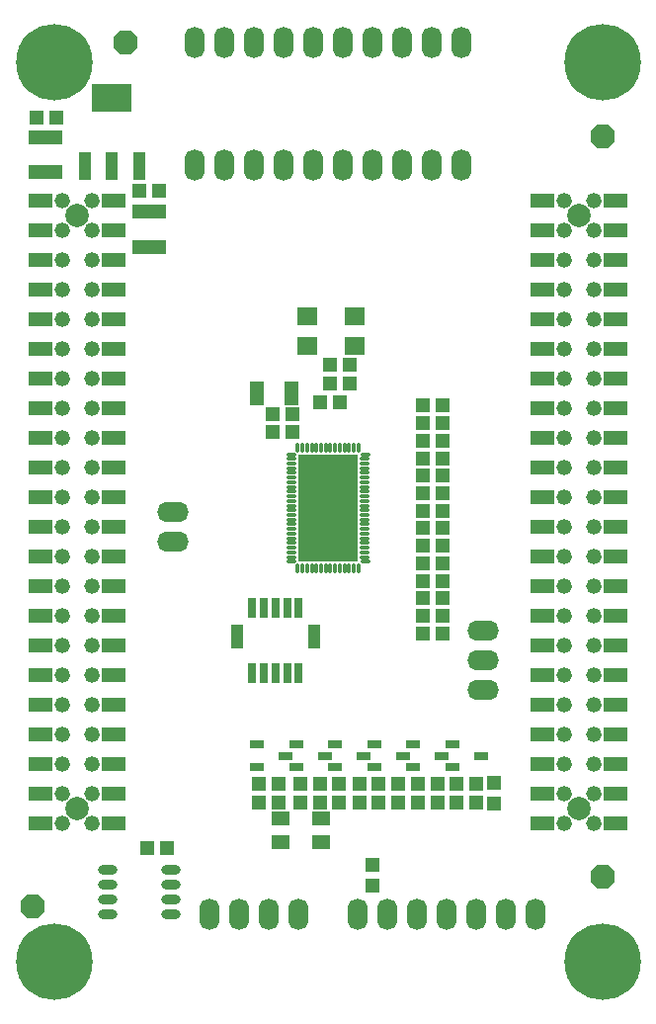
<source format=gts>
G04*
G04 #@! TF.GenerationSoftware,Altium Limited,Altium Designer,19.0.8 (182)*
G04*
G04 Layer_Color=16711833*
%FSLAX25Y25*%
%MOIN*%
G70*
G01*
G75*
%ADD40R,0.05131X0.04737*%
%ADD41R,0.04737X0.05131*%
%ADD42R,0.04540X0.03162*%
%ADD43R,0.13595X0.09265*%
%ADD44R,0.04343X0.09265*%
%ADD45O,0.06509X0.03162*%
%ADD46R,0.11824X0.05131*%
%ADD47R,0.08300X0.04800*%
%ADD48R,0.05131X0.07887*%
%ADD49R,0.03162X0.07099*%
%ADD50R,0.04147X0.07887*%
%ADD51R,0.06312X0.04737*%
%ADD52R,0.07099X0.05918*%
%ADD53R,0.20485X0.36233*%
%ADD54O,0.03550X0.01117*%
%ADD55O,0.03747X0.01117*%
%ADD56O,0.01117X0.03550*%
%ADD57O,0.01117X0.03747*%
%ADD58O,0.06800X0.10642*%
%ADD59O,0.10642X0.06800*%
%ADD60C,0.25800*%
%ADD61C,0.05200*%
%ADD62C,0.07900*%
%ADD63P,0.08750X8X112.5*%
%ADD64C,0.02800*%
D40*
X123268Y48142D02*
D03*
Y41449D02*
D03*
X164331Y75800D02*
D03*
Y69107D02*
D03*
D41*
X151622Y69304D02*
D03*
X158315D02*
D03*
X112055D02*
D03*
X118748D02*
D03*
X125244D02*
D03*
X131937D02*
D03*
X138433D02*
D03*
X145126D02*
D03*
X147063Y150000D02*
D03*
X140370D02*
D03*
X147063Y161811D02*
D03*
X140370D02*
D03*
X140370Y191339D02*
D03*
X147063D02*
D03*
X147063Y173622D02*
D03*
X140370D02*
D03*
X140370Y203150D02*
D03*
X147063D02*
D03*
X147063Y185433D02*
D03*
X140370D02*
D03*
X147063Y197244D02*
D03*
X140370D02*
D03*
X16610Y300223D02*
D03*
X9917D02*
D03*
X147063Y126378D02*
D03*
X140370D02*
D03*
X44441Y275565D02*
D03*
X51134D02*
D03*
X147063Y155906D02*
D03*
X140370D02*
D03*
X138433Y75603D02*
D03*
X145126D02*
D03*
X125244D02*
D03*
X131937D02*
D03*
X112055D02*
D03*
X118748D02*
D03*
X151622D02*
D03*
X158315D02*
D03*
X98976D02*
D03*
X105669D02*
D03*
X96257Y200237D02*
D03*
X89564D02*
D03*
X108886Y210553D02*
D03*
X115579D02*
D03*
X105417Y204189D02*
D03*
X112109D02*
D03*
X140370Y132283D02*
D03*
X147063D02*
D03*
X91496Y69304D02*
D03*
X84803D02*
D03*
X105669D02*
D03*
X98976D02*
D03*
X84803Y75603D02*
D03*
X91496D02*
D03*
X147063Y179527D02*
D03*
X140370D02*
D03*
X147063Y167717D02*
D03*
X140370D02*
D03*
X140370Y138189D02*
D03*
X147063D02*
D03*
Y144095D02*
D03*
X140370D02*
D03*
X89564Y194237D02*
D03*
X96257D02*
D03*
X47305Y53836D02*
D03*
X53997D02*
D03*
X115579Y216852D02*
D03*
X108886D02*
D03*
D42*
X120224Y85069D02*
D03*
X110579Y81328D02*
D03*
Y88809D02*
D03*
X133413Y85069D02*
D03*
X123768Y81328D02*
D03*
Y88809D02*
D03*
X146602Y85069D02*
D03*
X136957Y81328D02*
D03*
Y88809D02*
D03*
X84114D02*
D03*
Y81328D02*
D03*
X93760Y85069D02*
D03*
X97697Y88809D02*
D03*
Y81328D02*
D03*
X107343Y85069D02*
D03*
X150146Y88809D02*
D03*
Y81329D02*
D03*
X159791Y85069D02*
D03*
D43*
X35386Y306957D02*
D03*
D44*
X44441Y283925D02*
D03*
X35386D02*
D03*
X26331D02*
D03*
D45*
X33901Y46594D02*
D03*
Y41594D02*
D03*
Y36594D02*
D03*
Y31594D02*
D03*
X55357Y46594D02*
D03*
Y41594D02*
D03*
Y36594D02*
D03*
Y31594D02*
D03*
D46*
X12874Y281858D02*
D03*
Y293669D02*
D03*
X47984Y256741D02*
D03*
Y268552D02*
D03*
D47*
X11350Y272323D02*
D03*
Y262323D02*
D03*
Y252323D02*
D03*
Y242323D02*
D03*
Y232323D02*
D03*
Y222323D02*
D03*
Y212323D02*
D03*
Y202323D02*
D03*
Y192323D02*
D03*
Y182323D02*
D03*
Y172323D02*
D03*
Y162323D02*
D03*
Y152323D02*
D03*
Y142323D02*
D03*
Y132323D02*
D03*
Y122323D02*
D03*
Y62323D02*
D03*
Y72323D02*
D03*
Y82323D02*
D03*
Y92323D02*
D03*
Y102323D02*
D03*
X35894Y272323D02*
D03*
Y262323D02*
D03*
Y252323D02*
D03*
Y242323D02*
D03*
Y232323D02*
D03*
Y222323D02*
D03*
Y212323D02*
D03*
Y202323D02*
D03*
Y192323D02*
D03*
Y182323D02*
D03*
Y172323D02*
D03*
Y162323D02*
D03*
Y152323D02*
D03*
Y142323D02*
D03*
Y132323D02*
D03*
Y122323D02*
D03*
Y112323D02*
D03*
Y62323D02*
D03*
Y72323D02*
D03*
Y82323D02*
D03*
Y92323D02*
D03*
Y102323D02*
D03*
X11350Y112323D02*
D03*
X180641Y272323D02*
D03*
Y262323D02*
D03*
Y252323D02*
D03*
Y242323D02*
D03*
Y232323D02*
D03*
Y222323D02*
D03*
Y212323D02*
D03*
Y202323D02*
D03*
Y192323D02*
D03*
Y182323D02*
D03*
Y172323D02*
D03*
Y162323D02*
D03*
Y152323D02*
D03*
Y142323D02*
D03*
Y132323D02*
D03*
Y122323D02*
D03*
Y62323D02*
D03*
Y72323D02*
D03*
Y82323D02*
D03*
Y92323D02*
D03*
Y102323D02*
D03*
X205185Y272323D02*
D03*
Y262323D02*
D03*
Y252323D02*
D03*
Y242323D02*
D03*
Y232323D02*
D03*
Y222323D02*
D03*
Y212323D02*
D03*
Y202323D02*
D03*
Y192323D02*
D03*
Y182323D02*
D03*
Y172323D02*
D03*
Y162323D02*
D03*
Y152323D02*
D03*
Y142323D02*
D03*
Y132323D02*
D03*
Y122323D02*
D03*
Y112323D02*
D03*
Y62323D02*
D03*
Y72323D02*
D03*
Y82323D02*
D03*
Y92323D02*
D03*
Y102323D02*
D03*
X180641Y112323D02*
D03*
D48*
X84185Y207362D02*
D03*
X95996D02*
D03*
D49*
X82658Y134847D02*
D03*
Y112799D02*
D03*
X86595Y134847D02*
D03*
Y112799D02*
D03*
X90532Y134847D02*
D03*
Y112799D02*
D03*
X94469Y134847D02*
D03*
Y112799D02*
D03*
X98406Y134847D02*
D03*
Y112799D02*
D03*
D50*
X77442Y125398D02*
D03*
X103623D02*
D03*
D51*
X92087Y56004D02*
D03*
Y63878D02*
D03*
X105945Y56004D02*
D03*
Y63878D02*
D03*
D52*
X117154Y223313D02*
D03*
X101382D02*
D03*
Y233155D02*
D03*
X117154D02*
D03*
D53*
X108268Y168650D02*
D03*
D54*
X95768Y150540D02*
D03*
Y186760D02*
D03*
X120768D02*
D03*
Y150540D02*
D03*
D55*
X95866Y152115D02*
D03*
Y153689D02*
D03*
Y155264D02*
D03*
Y156839D02*
D03*
Y158414D02*
D03*
Y159989D02*
D03*
Y161563D02*
D03*
Y163138D02*
D03*
Y164713D02*
D03*
Y166288D02*
D03*
Y167863D02*
D03*
Y169437D02*
D03*
Y171012D02*
D03*
Y172587D02*
D03*
Y174162D02*
D03*
Y175737D02*
D03*
Y177311D02*
D03*
Y178886D02*
D03*
Y180461D02*
D03*
Y182036D02*
D03*
Y183611D02*
D03*
Y185186D02*
D03*
X120669D02*
D03*
Y183611D02*
D03*
Y182036D02*
D03*
Y180461D02*
D03*
Y178886D02*
D03*
Y177311D02*
D03*
Y175737D02*
D03*
Y174162D02*
D03*
Y172587D02*
D03*
Y171012D02*
D03*
Y169437D02*
D03*
Y167863D02*
D03*
Y166288D02*
D03*
Y164713D02*
D03*
Y163138D02*
D03*
Y161563D02*
D03*
Y159989D02*
D03*
Y158414D02*
D03*
Y156839D02*
D03*
Y155264D02*
D03*
Y153689D02*
D03*
Y152115D02*
D03*
D56*
X98032Y189024D02*
D03*
X118504D02*
D03*
Y148276D02*
D03*
X98032D02*
D03*
D57*
X99606Y188926D02*
D03*
X101181D02*
D03*
X102756D02*
D03*
X104331D02*
D03*
X105905D02*
D03*
X107480D02*
D03*
X109055D02*
D03*
X110630D02*
D03*
X112205D02*
D03*
X113779D02*
D03*
X115354D02*
D03*
X116929D02*
D03*
Y148374D02*
D03*
X115354D02*
D03*
X113779D02*
D03*
X112205D02*
D03*
X110630D02*
D03*
X109055D02*
D03*
X107480D02*
D03*
X105905D02*
D03*
X104331D02*
D03*
X102756D02*
D03*
X101181D02*
D03*
X99606D02*
D03*
D58*
X178268Y31496D02*
D03*
X168268D02*
D03*
X83268Y325591D02*
D03*
X93268D02*
D03*
X103268D02*
D03*
X73268D02*
D03*
X63268D02*
D03*
X133268D02*
D03*
X143268D02*
D03*
X153268D02*
D03*
X123268D02*
D03*
X113268D02*
D03*
X83268Y284409D02*
D03*
X93268D02*
D03*
X103268D02*
D03*
X73268D02*
D03*
X63268D02*
D03*
X133268D02*
D03*
X143268D02*
D03*
X153268D02*
D03*
X123268D02*
D03*
X113268D02*
D03*
X138268Y31496D02*
D03*
X148268D02*
D03*
X158268D02*
D03*
X128268D02*
D03*
X118268D02*
D03*
X68268D02*
D03*
X78268D02*
D03*
X88268D02*
D03*
X98268D02*
D03*
D59*
X55905Y157165D02*
D03*
Y167165D02*
D03*
X160641Y127323D02*
D03*
Y117323D02*
D03*
Y107323D02*
D03*
D60*
X15748Y15748D02*
D03*
X200787D02*
D03*
Y318898D02*
D03*
X15748D02*
D03*
D61*
X28650Y272323D02*
D03*
Y262323D02*
D03*
Y252323D02*
D03*
Y242323D02*
D03*
Y232323D02*
D03*
Y222323D02*
D03*
Y212323D02*
D03*
Y202323D02*
D03*
Y192323D02*
D03*
Y182323D02*
D03*
Y172323D02*
D03*
Y162323D02*
D03*
Y152323D02*
D03*
Y142323D02*
D03*
Y132323D02*
D03*
Y122323D02*
D03*
Y112323D02*
D03*
Y102323D02*
D03*
Y92323D02*
D03*
Y82323D02*
D03*
Y72323D02*
D03*
Y62323D02*
D03*
X18650Y272323D02*
D03*
Y262323D02*
D03*
Y252323D02*
D03*
Y242323D02*
D03*
Y232323D02*
D03*
Y222323D02*
D03*
Y212323D02*
D03*
Y202323D02*
D03*
Y192323D02*
D03*
Y182323D02*
D03*
Y172323D02*
D03*
Y162323D02*
D03*
Y152323D02*
D03*
Y142323D02*
D03*
Y132323D02*
D03*
Y122323D02*
D03*
Y112323D02*
D03*
Y102323D02*
D03*
Y92323D02*
D03*
Y82323D02*
D03*
Y72323D02*
D03*
Y62323D02*
D03*
X197941Y272323D02*
D03*
Y262323D02*
D03*
Y252323D02*
D03*
Y242323D02*
D03*
Y232323D02*
D03*
Y222323D02*
D03*
Y212323D02*
D03*
Y202323D02*
D03*
Y192323D02*
D03*
Y182323D02*
D03*
Y172323D02*
D03*
Y162323D02*
D03*
Y152323D02*
D03*
Y142323D02*
D03*
Y132323D02*
D03*
Y122323D02*
D03*
Y112323D02*
D03*
Y102323D02*
D03*
Y92323D02*
D03*
Y82323D02*
D03*
Y72323D02*
D03*
Y62323D02*
D03*
X187941Y272323D02*
D03*
Y262323D02*
D03*
Y252323D02*
D03*
Y242323D02*
D03*
Y232323D02*
D03*
Y222323D02*
D03*
Y212323D02*
D03*
Y202323D02*
D03*
Y192323D02*
D03*
Y182323D02*
D03*
Y172323D02*
D03*
Y162323D02*
D03*
Y152323D02*
D03*
Y142323D02*
D03*
Y132323D02*
D03*
Y122323D02*
D03*
Y112323D02*
D03*
Y102323D02*
D03*
Y92323D02*
D03*
Y82323D02*
D03*
Y72323D02*
D03*
Y62323D02*
D03*
D62*
X23650Y267323D02*
D03*
Y67323D02*
D03*
X192941Y267323D02*
D03*
Y67323D02*
D03*
D63*
X8568Y34446D02*
D03*
X200787Y293976D02*
D03*
X39792Y325591D02*
D03*
X200787Y44134D02*
D03*
D64*
X114764Y183808D02*
D03*
Y179477D02*
D03*
Y175146D02*
D03*
Y170815D02*
D03*
Y166485D02*
D03*
Y162154D02*
D03*
Y157823D02*
D03*
Y153493D02*
D03*
X110433Y183808D02*
D03*
Y179477D02*
D03*
Y175146D02*
D03*
Y170815D02*
D03*
Y166485D02*
D03*
Y162154D02*
D03*
Y157823D02*
D03*
Y153493D02*
D03*
X106102Y183808D02*
D03*
Y179477D02*
D03*
Y175146D02*
D03*
Y170815D02*
D03*
Y166485D02*
D03*
Y162154D02*
D03*
Y157823D02*
D03*
Y153493D02*
D03*
X101772Y183808D02*
D03*
Y179477D02*
D03*
Y175146D02*
D03*
Y170815D02*
D03*
Y166485D02*
D03*
Y162154D02*
D03*
Y157823D02*
D03*
Y153493D02*
D03*
M02*

</source>
